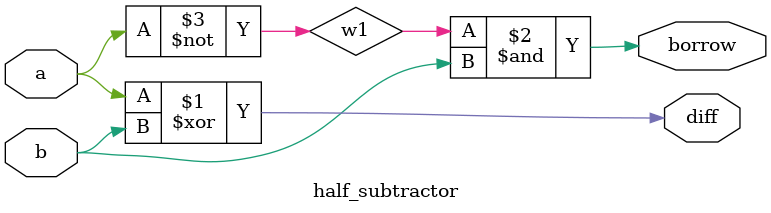
<source format=v>
`timescale 1ns / 1ps

module half_subtractor(input a,b,output diff,borrow);
wire w1;

xor g1(diff,a,b);
not g2(w1,a);
and g3(borrow,w1,b);

endmodule

</source>
